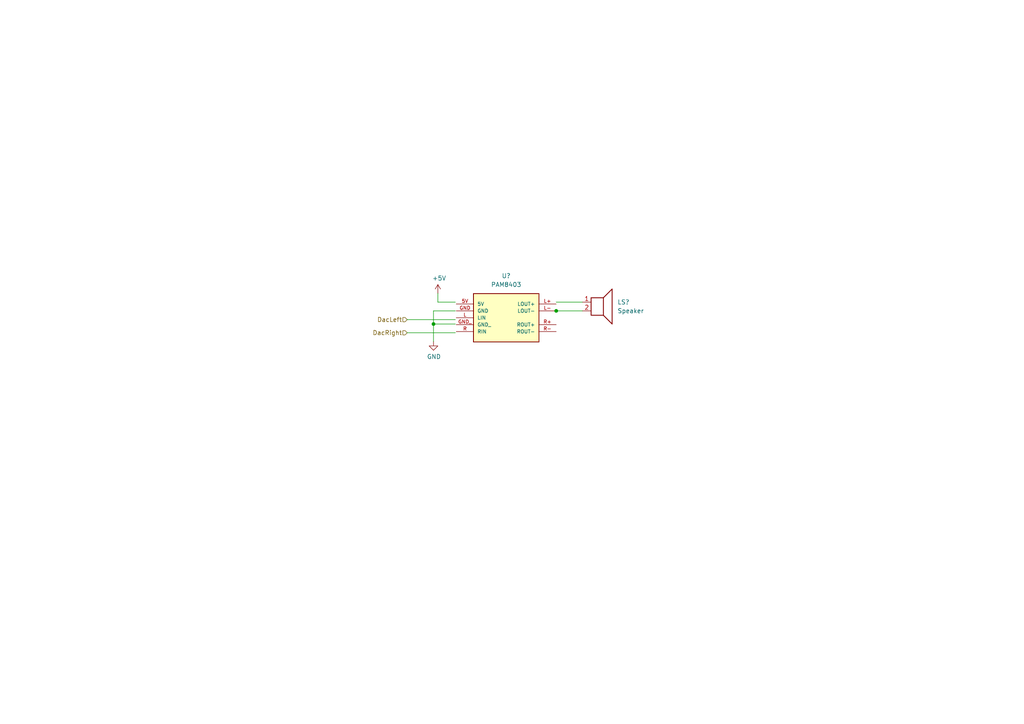
<source format=kicad_sch>
(kicad_sch (version 20211123) (generator eeschema)
  (paper "A4")
  (lib_symbols
    (symbol "Device:Speaker" (pin_names (offset 0) hide)
      (property "Reference" "LS" (at 1.27 5.715 0))
      (property "Value" "Speaker" (at 1.27 3.81 0))
      (symbol "Speaker_0_0"
        (rectangle (start -2.54 1.27) (end 1.016 -3.81) (stroke (width 0.254)))
        (polyline (pts (xy 1.016 1.27) (xy 3.556 3.81) (xy 3.556 -6.35) (xy 1.016 -3.81)) (stroke (width 0.254)))
      )
      (symbol "Speaker_1_1"
        (pin input line (at -5.08 0 0) (length 2.54) (name "1") (number "1"))
        (pin input line (at -5.08 -2.54 0) (length 2.54) (name "2") (number "2"))
      )
    )
    (symbol "PAM8403:PAM8403" (pin_names (offset 1.016))
      (property "Reference" "U" (at -10.16 5.58 0))
      (property "Value" "PAM8403" (at -10.16 -11.2 0))
      (symbol "PAM8403_0_0"
        (rectangle (start -10 -9) (end 9 5) (stroke (width 0.254)) (fill (type background)))
        (pin bidirectional line (at -15 2 0) (length 5.08) (name "5V") (number "5V"))
        (pin bidirectional line (at -15 0 0) (length 5.08) (name "GND") (number "GND"))
        (pin bidirectional line (at -15 -4 0) (length 5.08) (name "GND_") (number "GND_"))
        (pin bidirectional line (at -15 -2 0) (length 5.08) (name "LIN") (number "L"))
        (pin bidirectional line (at 14 2 180) (length 5.08) (name "LOUT+") (number "L+"))
        (pin bidirectional line (at 14 0 180) (length 5.08) (name "LOUT-") (number "L-"))
        (pin bidirectional line (at -15 -6 0) (length 5.08) (name "RIN") (number "R"))
        (pin bidirectional line (at 14 -4 180) (length 5.08) (name "ROUT+") (number "R+"))
        (pin bidirectional line (at 14 -6 180) (length 5.08) (name "ROUT-") (number "R-"))
      )
    )
    (symbol "power:+5V" (power) (pin_names (offset 0))
      (property "Value" "+5V" (at 0 3.556 0))
      (symbol "+5V_0_1"
        (polyline (pts (xy -0.762 1.27) (xy 0 2.54)))
        (polyline (pts (xy 0 0) (xy 0 2.54)))
        (polyline (pts (xy 0 2.54) (xy 0.762 1.27)))
      )
      (symbol "+5V_1_1"
        (pin power_in line (at 0 0 90) (length 0) hide (name "+5V") (number "1"))
      )
    )
    (symbol "power:GND" (power) (pin_names (offset 0))
      (property "Value" "GND" (at 0 -3.81 0))
      (symbol "GND_0_1"
        (polyline (pts (xy 0 0) (xy 0 -1.27) (xy 1.27 -1.27) (xy 0 -2.54) (xy -1.27 -1.27) (xy 0 -1.27)))
      )
      (symbol "GND_1_1"
        (pin power_in line (at 0 0 270) (length 0) hide (name "GND") (number "1"))
      )
    )
  )
  (junction (at 125.73 93.98))
  (junction (at 161.32 90.17))
  (wire (pts (xy 127 87.63) (xy 127 85.09)))
  (wire (pts (xy 125.73 93.98) (xy 132.08 93.98)))
  (wire (pts (xy 132.08 90.17) (xy 125.73 90.17)))
  (wire (pts (xy 118.11 92.71) (xy 132.08 92.71)))
  (wire (pts (xy 161.32 90.17) (xy 168.91 90.17)))
  (wire (pts (xy 161.29 90.17) (xy 161.32 90.17)))
  (wire (pts (xy 118.11 96.52) (xy 132.08 96.52)))
  (wire (pts (xy 125.73 90.17) (xy 125.73 93.98)))
  (wire (pts (xy 127 87.63) (xy 132.08 87.63)))
  (wire (pts (xy 161.29 87.63) (xy 168.91 87.63)))
  (wire (pts (xy 125.73 93.98) (xy 125.73 99.06)))
  (hierarchical_label "DacLeft" (shape input) (at 118.11 92.71 180))
  (hierarchical_label "DacRight" (shape input) (at 118.11 96.52 180))
  (symbol (lib_id "PAM8403:PAM8403") (at 147.32 90.17 0) (unit 1)
    (property "Reference" "U?" (at 146.82 80.01 0))
    (property "Value" "PAM8403" (at 146.82 82.55 0))
    (property "Footprint" "PAM8403" (effects hide))
  )
  (symbol (lib_id "Device:Speaker") (at 173.99 87.63 0) (unit 1)
    (property "Reference" "LS?" (at 179.07 87.6299 0) (effects (justify left)))
    (property "Value" "Speaker" (at 179.07 90.1699 0) (effects (justify left)))
  )
  (symbol (lib_id "power:GND") (at 125.73 99.06 0) (unit 1)
    (property "Reference" "#PWR?" (effects hide))
    (property "Value" "GND" (at 125.857 103.4542 0))
  )
  (symbol (lib_id "power:+5V") (at 127 85.09 0) (unit 1)
    (property "Reference" "#PWR?" (effects hide))
    (property "Value" "+5V" (at 127.381 80.6958 0))
  )
)
</source>
